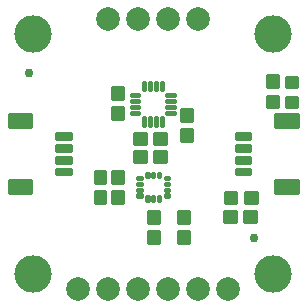
<source format=gts>
G04 EAGLE Gerber RS-274X export*
G75*
%MOMM*%
%FSLAX34Y34*%
%LPD*%
%INSoldermask Top*%
%IPPOS*%
%AMOC8*
5,1,8,0,0,1.08239X$1,22.5*%
G01*
%ADD10C,0.225400*%
%ADD11C,3.175000*%
%ADD12C,0.762000*%
%ADD13C,2.006600*%
%ADD14C,0.225588*%
%ADD15C,0.225369*%
%ADD16C,0.428259*%
%ADD17C,0.230578*%
%ADD18C,0.350137*%


D10*
X92012Y102489D02*
X92012Y112505D01*
X101028Y112505D01*
X101028Y102489D01*
X92012Y102489D01*
X92012Y104630D02*
X101028Y104630D01*
X101028Y106771D02*
X92012Y106771D01*
X92012Y108912D02*
X101028Y108912D01*
X101028Y111053D02*
X92012Y111053D01*
X92012Y95505D02*
X92012Y85489D01*
X92012Y95505D02*
X101028Y95505D01*
X101028Y85489D01*
X92012Y85489D01*
X92012Y87630D02*
X101028Y87630D01*
X101028Y89771D02*
X92012Y89771D01*
X92012Y91912D02*
X101028Y91912D01*
X101028Y94053D02*
X92012Y94053D01*
X127952Y128968D02*
X137968Y128968D01*
X137968Y119952D01*
X127952Y119952D01*
X127952Y128968D01*
X127952Y122093D02*
X137968Y122093D01*
X137968Y124234D02*
X127952Y124234D01*
X127952Y126375D02*
X137968Y126375D01*
X137968Y128516D02*
X127952Y128516D01*
X120968Y128968D02*
X110952Y128968D01*
X120968Y128968D02*
X120968Y119952D01*
X110952Y119952D01*
X110952Y128968D01*
X110952Y122093D02*
X120968Y122093D01*
X120968Y124234D02*
X110952Y124234D01*
X110952Y126375D02*
X120968Y126375D01*
X120968Y128516D02*
X110952Y128516D01*
D11*
X25400Y228600D03*
X25400Y25400D03*
X228600Y25400D03*
D10*
X122937Y68262D02*
X122937Y78278D01*
X131953Y78278D01*
X131953Y68262D01*
X122937Y68262D01*
X122937Y70403D02*
X131953Y70403D01*
X131953Y72544D02*
X122937Y72544D01*
X122937Y74685D02*
X131953Y74685D01*
X131953Y76826D02*
X122937Y76826D01*
X122937Y61278D02*
X122937Y51262D01*
X122937Y61278D02*
X131953Y61278D01*
X131953Y51262D01*
X122937Y51262D01*
X122937Y53403D02*
X131953Y53403D01*
X131953Y55544D02*
X122937Y55544D01*
X122937Y57685D02*
X131953Y57685D01*
X131953Y59826D02*
X122937Y59826D01*
X147956Y68262D02*
X147956Y78278D01*
X156972Y78278D01*
X156972Y68262D01*
X147956Y68262D01*
X147956Y70403D02*
X156972Y70403D01*
X156972Y72544D02*
X147956Y72544D01*
X147956Y74685D02*
X156972Y74685D01*
X156972Y76826D02*
X147956Y76826D01*
X147956Y61278D02*
X147956Y51262D01*
X147956Y61278D02*
X156972Y61278D01*
X156972Y51262D01*
X147956Y51262D01*
X147956Y53403D02*
X156972Y53403D01*
X156972Y55544D02*
X147956Y55544D01*
X147956Y57685D02*
X156972Y57685D01*
X156972Y59826D02*
X147956Y59826D01*
D12*
X21590Y195580D03*
X212344Y55880D03*
D10*
X86296Y85489D02*
X86296Y95505D01*
X86296Y85489D02*
X77280Y85489D01*
X77280Y95505D01*
X86296Y95505D01*
X86296Y87630D02*
X77280Y87630D01*
X77280Y89771D02*
X86296Y89771D01*
X86296Y91912D02*
X77280Y91912D01*
X77280Y94053D02*
X86296Y94053D01*
X86296Y102489D02*
X86296Y112505D01*
X86296Y102489D02*
X77280Y102489D01*
X77280Y112505D01*
X86296Y112505D01*
X86296Y104630D02*
X77280Y104630D01*
X77280Y106771D02*
X86296Y106771D01*
X86296Y108912D02*
X77280Y108912D01*
X77280Y111053D02*
X86296Y111053D01*
D13*
X190500Y12700D03*
X165100Y12700D03*
X139700Y12700D03*
X114300Y12700D03*
X88900Y12700D03*
X63500Y12700D03*
X88900Y241300D03*
X114300Y241300D03*
X139700Y241300D03*
X165100Y241300D03*
D14*
X249203Y104507D02*
X249203Y93493D01*
X230189Y93493D01*
X230189Y104507D01*
X249203Y104507D01*
X249203Y95636D02*
X230189Y95636D01*
X230189Y97779D02*
X249203Y97779D01*
X249203Y99922D02*
X230189Y99922D01*
X230189Y102065D02*
X249203Y102065D01*
X249203Y104208D02*
X230189Y104208D01*
X249203Y149493D02*
X249203Y160507D01*
X249203Y149493D02*
X230189Y149493D01*
X230189Y160507D01*
X249203Y160507D01*
X249203Y151636D02*
X230189Y151636D01*
X230189Y153779D02*
X249203Y153779D01*
X249203Y155922D02*
X230189Y155922D01*
X230189Y158065D02*
X249203Y158065D01*
X249203Y160208D02*
X230189Y160208D01*
D15*
X209204Y114508D02*
X209204Y109492D01*
X196688Y109492D01*
X196688Y114508D01*
X209204Y114508D01*
X209204Y111633D02*
X196688Y111633D01*
X196688Y113774D02*
X209204Y113774D01*
X209204Y119492D02*
X209204Y124508D01*
X209204Y119492D02*
X196688Y119492D01*
X196688Y124508D01*
X209204Y124508D01*
X209204Y121633D02*
X196688Y121633D01*
X196688Y123774D02*
X209204Y123774D01*
X209204Y129492D02*
X209204Y134508D01*
X209204Y129492D02*
X196688Y129492D01*
X196688Y134508D01*
X209204Y134508D01*
X209204Y131633D02*
X196688Y131633D01*
X196688Y133774D02*
X209204Y133774D01*
X209204Y139492D02*
X209204Y144508D01*
X209204Y139492D02*
X196688Y139492D01*
X196688Y144508D01*
X209204Y144508D01*
X209204Y141633D02*
X196688Y141633D01*
X196688Y143774D02*
X209204Y143774D01*
D14*
X4543Y149493D02*
X4543Y160507D01*
X23557Y160507D01*
X23557Y149493D01*
X4543Y149493D01*
X4543Y151636D02*
X23557Y151636D01*
X23557Y153779D02*
X4543Y153779D01*
X4543Y155922D02*
X23557Y155922D01*
X23557Y158065D02*
X4543Y158065D01*
X4543Y160208D02*
X23557Y160208D01*
X4543Y104507D02*
X4543Y93493D01*
X4543Y104507D02*
X23557Y104507D01*
X23557Y93493D01*
X4543Y93493D01*
X4543Y95636D02*
X23557Y95636D01*
X23557Y97779D02*
X4543Y97779D01*
X4543Y99922D02*
X23557Y99922D01*
X23557Y102065D02*
X4543Y102065D01*
X4543Y104208D02*
X23557Y104208D01*
D15*
X44542Y139492D02*
X44542Y144508D01*
X57058Y144508D01*
X57058Y139492D01*
X44542Y139492D01*
X44542Y141633D02*
X57058Y141633D01*
X57058Y143774D02*
X44542Y143774D01*
X44542Y134508D02*
X44542Y129492D01*
X44542Y134508D02*
X57058Y134508D01*
X57058Y129492D01*
X44542Y129492D01*
X44542Y131633D02*
X57058Y131633D01*
X57058Y133774D02*
X44542Y133774D01*
X44542Y124508D02*
X44542Y119492D01*
X44542Y124508D02*
X57058Y124508D01*
X57058Y119492D01*
X44542Y119492D01*
X44542Y121633D02*
X57058Y121633D01*
X57058Y123774D02*
X44542Y123774D01*
X44542Y114508D02*
X44542Y109492D01*
X44542Y114508D02*
X57058Y114508D01*
X57058Y109492D01*
X44542Y109492D01*
X44542Y111633D02*
X57058Y111633D01*
X57058Y113774D02*
X44542Y113774D01*
D16*
X240600Y184600D02*
X247588Y184600D01*
X240600Y184600D02*
X240600Y191588D01*
X247588Y191588D01*
X247588Y184600D01*
X247588Y188669D02*
X240600Y188669D01*
X240600Y167060D02*
X247588Y167060D01*
X240600Y167060D02*
X240600Y174048D01*
X247588Y174048D01*
X247588Y167060D01*
X247588Y171129D02*
X240600Y171129D01*
D10*
X232600Y166324D02*
X232600Y176340D01*
X232600Y166324D02*
X223584Y166324D01*
X223584Y176340D01*
X232600Y176340D01*
X232600Y168465D02*
X223584Y168465D01*
X223584Y170606D02*
X232600Y170606D01*
X232600Y172747D02*
X223584Y172747D01*
X223584Y174888D02*
X232600Y174888D01*
X232600Y183324D02*
X232600Y193340D01*
X232600Y183324D02*
X223584Y183324D01*
X223584Y193340D01*
X232600Y193340D01*
X232600Y185465D02*
X223584Y185465D01*
X223584Y187606D02*
X232600Y187606D01*
X232600Y189747D02*
X223584Y189747D01*
X223584Y191888D02*
X232600Y191888D01*
D11*
X228600Y228600D03*
D10*
X197422Y85662D02*
X187406Y85662D01*
X187406Y94678D01*
X197422Y94678D01*
X197422Y85662D01*
X197422Y87803D02*
X187406Y87803D01*
X187406Y89944D02*
X197422Y89944D01*
X197422Y92085D02*
X187406Y92085D01*
X187406Y94226D02*
X197422Y94226D01*
X204406Y85662D02*
X214422Y85662D01*
X204406Y85662D02*
X204406Y94678D01*
X214422Y94678D01*
X214422Y85662D01*
X214422Y87803D02*
X204406Y87803D01*
X204406Y89944D02*
X214422Y89944D01*
X214422Y92085D02*
X204406Y92085D01*
X204406Y94226D02*
X214422Y94226D01*
D17*
X140507Y92542D02*
X136743Y92542D01*
X140507Y92542D02*
X140507Y90578D01*
X136743Y90578D01*
X136743Y92542D01*
X136743Y97542D02*
X140507Y97542D01*
X140507Y95578D01*
X136743Y95578D01*
X136743Y97542D01*
X136743Y102542D02*
X140507Y102542D01*
X140507Y100578D01*
X136743Y100578D01*
X136743Y102542D01*
X136743Y107542D02*
X140507Y107542D01*
X140507Y105578D01*
X136743Y105578D01*
X136743Y107542D01*
X117257Y105578D02*
X113493Y105578D01*
X113493Y107542D01*
X117257Y107542D01*
X117257Y105578D01*
X117257Y100578D02*
X113493Y100578D01*
X113493Y102542D01*
X117257Y102542D01*
X117257Y100578D01*
X117257Y95578D02*
X113493Y95578D01*
X113493Y97542D01*
X117257Y97542D01*
X117257Y95578D01*
X117257Y90578D02*
X113493Y90578D01*
X113493Y92542D01*
X117257Y92542D01*
X117257Y90578D01*
X131018Y110942D02*
X132982Y110942D01*
X132982Y107178D01*
X131018Y107178D01*
X131018Y110942D01*
X131018Y109369D02*
X132982Y109369D01*
X127982Y110942D02*
X126018Y110942D01*
X127982Y110942D02*
X127982Y107178D01*
X126018Y107178D01*
X126018Y110942D01*
X126018Y109369D02*
X127982Y109369D01*
X122982Y110942D02*
X121018Y110942D01*
X122982Y110942D02*
X122982Y107178D01*
X121018Y107178D01*
X121018Y110942D01*
X121018Y109369D02*
X122982Y109369D01*
X122982Y87178D02*
X121018Y87178D01*
X121018Y90942D01*
X122982Y90942D01*
X122982Y87178D01*
X122982Y89369D02*
X121018Y89369D01*
X126018Y87178D02*
X127982Y87178D01*
X126018Y87178D02*
X126018Y90942D01*
X127982Y90942D01*
X127982Y87178D01*
X127982Y89369D02*
X126018Y89369D01*
X131018Y87178D02*
X132982Y87178D01*
X131018Y87178D02*
X131018Y90942D01*
X132982Y90942D01*
X132982Y87178D01*
X132982Y89369D02*
X131018Y89369D01*
D10*
X204152Y78168D02*
X214168Y78168D01*
X214168Y69152D01*
X204152Y69152D01*
X204152Y78168D01*
X204152Y71293D02*
X214168Y71293D01*
X214168Y73434D02*
X204152Y73434D01*
X204152Y75575D02*
X214168Y75575D01*
X214168Y77716D02*
X204152Y77716D01*
X197168Y78168D02*
X187152Y78168D01*
X197168Y78168D02*
X197168Y69152D01*
X187152Y69152D01*
X187152Y78168D01*
X187152Y71293D02*
X197168Y71293D01*
X197168Y73434D02*
X187152Y73434D01*
X187152Y75575D02*
X197168Y75575D01*
X197168Y77716D02*
X187152Y77716D01*
D18*
X134925Y180755D02*
X134925Y187025D01*
X134925Y180755D02*
X134155Y180755D01*
X134155Y187025D01*
X134925Y187025D01*
X134925Y184081D02*
X134155Y184081D01*
X129925Y187025D02*
X129925Y180755D01*
X129155Y180755D01*
X129155Y187025D01*
X129925Y187025D01*
X129925Y184081D02*
X129155Y184081D01*
X124925Y187025D02*
X124925Y180755D01*
X124155Y180755D01*
X124155Y187025D01*
X124925Y187025D01*
X124925Y184081D02*
X124155Y184081D01*
X119925Y187025D02*
X119925Y180755D01*
X119155Y180755D01*
X119155Y187025D01*
X119925Y187025D01*
X119925Y184081D02*
X119155Y184081D01*
X115055Y175985D02*
X108785Y175985D01*
X108785Y176755D01*
X115055Y176755D01*
X115055Y175985D01*
X115055Y170985D02*
X108785Y170985D01*
X108785Y171755D01*
X115055Y171755D01*
X115055Y170985D01*
X115055Y165985D02*
X108785Y165985D01*
X108785Y166755D01*
X115055Y166755D01*
X115055Y165985D01*
X115055Y160985D02*
X108785Y160985D01*
X108785Y161755D01*
X115055Y161755D01*
X115055Y160985D01*
X119155Y156985D02*
X119155Y150715D01*
X119155Y156985D02*
X119925Y156985D01*
X119925Y150715D01*
X119155Y150715D01*
X119155Y154041D02*
X119925Y154041D01*
X124155Y156985D02*
X124155Y150715D01*
X124155Y156985D02*
X124925Y156985D01*
X124925Y150715D01*
X124155Y150715D01*
X124155Y154041D02*
X124925Y154041D01*
X129155Y156985D02*
X129155Y150715D01*
X129155Y156985D02*
X129925Y156985D01*
X129925Y150715D01*
X129155Y150715D01*
X129155Y154041D02*
X129925Y154041D01*
X134155Y156985D02*
X134155Y150715D01*
X134155Y156985D02*
X134925Y156985D01*
X134925Y150715D01*
X134155Y150715D01*
X134155Y154041D02*
X134925Y154041D01*
X138825Y161655D02*
X145095Y161655D01*
X145095Y160885D01*
X138825Y160885D01*
X138825Y161655D01*
X138825Y166655D02*
X145095Y166655D01*
X145095Y165885D01*
X138825Y165885D01*
X138825Y166655D01*
X138825Y171655D02*
X145095Y171655D01*
X145095Y170885D01*
X138825Y170885D01*
X138825Y171655D01*
X138825Y176655D02*
X145095Y176655D01*
X145095Y175885D01*
X138825Y175885D01*
X138825Y176655D01*
D10*
X150432Y164638D02*
X150432Y154622D01*
X150432Y164638D02*
X159448Y164638D01*
X159448Y154622D01*
X150432Y154622D01*
X150432Y156763D02*
X159448Y156763D01*
X159448Y158904D02*
X150432Y158904D01*
X150432Y161045D02*
X159448Y161045D01*
X159448Y163186D02*
X150432Y163186D01*
X150432Y147638D02*
X150432Y137622D01*
X150432Y147638D02*
X159448Y147638D01*
X159448Y137622D01*
X150432Y137622D01*
X150432Y139763D02*
X159448Y139763D01*
X159448Y141904D02*
X150432Y141904D01*
X150432Y144045D02*
X159448Y144045D01*
X159448Y146186D02*
X150432Y146186D01*
X137968Y144208D02*
X127952Y144208D01*
X137968Y144208D02*
X137968Y135192D01*
X127952Y135192D01*
X127952Y144208D01*
X127952Y137333D02*
X137968Y137333D01*
X137968Y139474D02*
X127952Y139474D01*
X127952Y141615D02*
X137968Y141615D01*
X137968Y143756D02*
X127952Y143756D01*
X120968Y144208D02*
X110952Y144208D01*
X120968Y144208D02*
X120968Y135192D01*
X110952Y135192D01*
X110952Y144208D01*
X110952Y137333D02*
X120968Y137333D01*
X120968Y139474D02*
X110952Y139474D01*
X110952Y141615D02*
X120968Y141615D01*
X120968Y143756D02*
X110952Y143756D01*
X92012Y173672D02*
X92012Y183688D01*
X101028Y183688D01*
X101028Y173672D01*
X92012Y173672D01*
X92012Y175813D02*
X101028Y175813D01*
X101028Y177954D02*
X92012Y177954D01*
X92012Y180095D02*
X101028Y180095D01*
X101028Y182236D02*
X92012Y182236D01*
X92012Y166688D02*
X92012Y156672D01*
X92012Y166688D02*
X101028Y166688D01*
X101028Y156672D01*
X92012Y156672D01*
X92012Y158813D02*
X101028Y158813D01*
X101028Y160954D02*
X92012Y160954D01*
X92012Y163095D02*
X101028Y163095D01*
X101028Y165236D02*
X92012Y165236D01*
M02*

</source>
